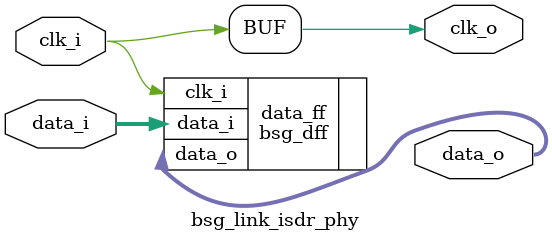
<source format=v>

/****************************************************************************

                       +---+   +---+   +---+   +---+   +---+   +---+   +--+
clk_i/clk_o            |   |   |   |   |   |   |   |   |   |   |   |   |
          +------------+   +---+   +---+   +---+   +---+   +---+   +---+
          -----------------+-------+-------+-------+-------+-------+-------
data_i           D00       |  D01  |  D02  |  D03  |  D04  |  D05  |  D06
          -----------------------------------------------------------------
          -----------------------------------------------------------------
data_o               D00                |  D01  |  D02  |  D03  |  D04  |
          ------------------------------+-------+-------+-------+-------+--

****************************************************************************/

module bsg_link_isdr_phy

 #(parameter width_p = "inv")

  (input                clk_i
  ,output               clk_o
  ,input  [width_p-1:0] data_i
  ,output [width_p-1:0] data_o
  );

  assign clk_o = clk_i;

  bsg_dff #(.width_p(width_p)) data_ff 
  (.clk_i(clk_i),.data_i(data_i),.data_o(data_o));

endmodule

</source>
